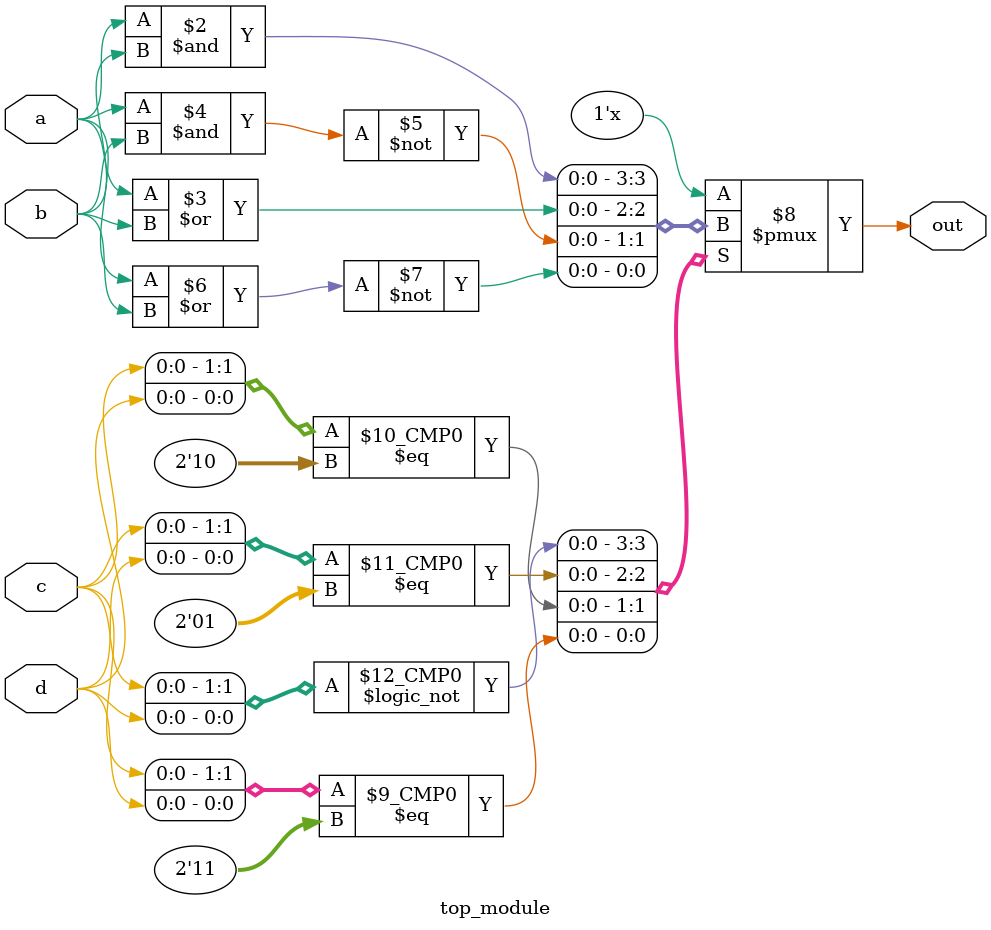
<source format=sv>
module top_module (
	input a, 
	input b,
	input c,
	input d,
	output reg out
);

	always @(*) begin
		case({c, d})
			2'b00: out = a & b;
			2'b01: out = a | b;
			2'b10: out = ~(a & b);
			2'b11: out = ~(a | b);
		endcase
	end

endmodule

</source>
